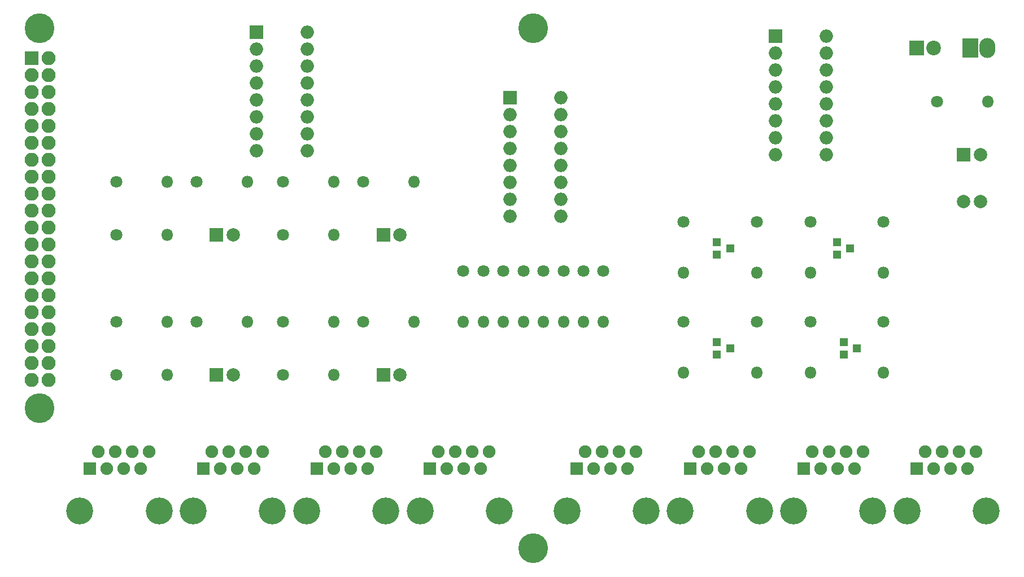
<source format=gts>
G04 #@! TF.GenerationSoftware,KiCad,Pcbnew,(5.0.0-rc2-83-gda392728d)*
G04 #@! TF.CreationDate,2018-08-15T23:30:17-03:00*
G04 #@! TF.ProjectId,fb15,666231352E6B696361645F7063620000,rev?*
G04 #@! TF.SameCoordinates,Original*
G04 #@! TF.FileFunction,Soldermask,Top*
G04 #@! TF.FilePolarity,Negative*
%FSLAX46Y46*%
G04 Gerber Fmt 4.6, Leading zero omitted, Abs format (unit mm)*
G04 Created by KiCad (PCBNEW (5.0.0-rc2-83-gda392728d)) date 08/15/18 23:30:18*
%MOMM*%
%LPD*%
G01*
G04 APERTURE LIST*
%ADD10C,4.050000*%
%ADD11R,1.900000X1.900000*%
%ADD12C,1.900000*%
%ADD13R,2.000000X2.000000*%
%ADD14C,2.000000*%
%ADD15O,2.000000X2.000000*%
%ADD16C,4.464000*%
%ADD17R,2.200000X2.200000*%
%ADD18C,2.200000*%
%ADD19O,2.100000X2.100000*%
%ADD20R,2.100000X2.100000*%
%ADD21R,2.400000X3.000000*%
%ADD22O,2.400000X3.000000*%
%ADD23R,1.300000X1.200000*%
%ADD24O,1.800000X1.800000*%
%ADD25C,1.800000*%
G04 APERTURE END LIST*
D10*
G04 #@! TO.C,J3*
X178180000Y-138950000D03*
X166310000Y-138950000D03*
D11*
X167800000Y-132600000D03*
D12*
X169070000Y-130060000D03*
X170340000Y-132600000D03*
X171610000Y-130060000D03*
X172880000Y-132600000D03*
X174150000Y-130060000D03*
X175420000Y-132600000D03*
X176690000Y-130060000D03*
G04 #@! TD*
D10*
G04 #@! TO.C,J6*
X156180000Y-138950000D03*
X144310000Y-138950000D03*
D11*
X145800000Y-132600000D03*
D12*
X147070000Y-130060000D03*
X148340000Y-132600000D03*
X149610000Y-130060000D03*
X150880000Y-132600000D03*
X152150000Y-130060000D03*
X153420000Y-132600000D03*
X154690000Y-130060000D03*
G04 #@! TD*
D10*
G04 #@! TO.C,J1*
X105180000Y-138950000D03*
X93310000Y-138950000D03*
D11*
X94800000Y-132600000D03*
D12*
X96070000Y-130060000D03*
X97340000Y-132600000D03*
X98610000Y-130060000D03*
X99880000Y-132600000D03*
X101150000Y-130060000D03*
X102420000Y-132600000D03*
X103690000Y-130060000D03*
G04 #@! TD*
D13*
G04 #@! TO.C,C3*
X113800000Y-118600000D03*
D14*
X116300000Y-118600000D03*
G04 #@! TD*
D13*
G04 #@! TO.C,U1*
X119800000Y-67200000D03*
D15*
X127420000Y-84980000D03*
X119800000Y-69740000D03*
X127420000Y-82440000D03*
X119800000Y-72280000D03*
X127420000Y-79900000D03*
X119800000Y-74820000D03*
X127420000Y-77360000D03*
X119800000Y-77360000D03*
X127420000Y-74820000D03*
X119800000Y-79900000D03*
X127420000Y-72280000D03*
X119800000Y-82440000D03*
X127420000Y-69740000D03*
X119800000Y-84980000D03*
X127420000Y-67200000D03*
G04 #@! TD*
D16*
G04 #@! TO.C,REF\002A\002A*
X161300000Y-66600000D03*
G04 #@! TD*
G04 #@! TO.C,REF\002A\002A*
X161300000Y-144600000D03*
G04 #@! TD*
D14*
G04 #@! TO.C,C1*
X228300000Y-85600000D03*
D13*
X225800000Y-85600000D03*
G04 #@! TD*
D14*
G04 #@! TO.C,C2*
X225800000Y-92600000D03*
X228300000Y-92600000D03*
G04 #@! TD*
G04 #@! TO.C,C4*
X141300000Y-118600000D03*
D13*
X138800000Y-118600000D03*
G04 #@! TD*
D14*
G04 #@! TO.C,C5*
X116300000Y-97600000D03*
D13*
X113800000Y-97600000D03*
G04 #@! TD*
D14*
G04 #@! TO.C,C6*
X141300000Y-97600000D03*
D13*
X138800000Y-97600000D03*
G04 #@! TD*
D17*
G04 #@! TO.C,D1*
X218800000Y-69600000D03*
D18*
X221340000Y-69600000D03*
G04 #@! TD*
D12*
G04 #@! TO.C,J2*
X120690000Y-130060000D03*
X119420000Y-132600000D03*
X118150000Y-130060000D03*
X116880000Y-132600000D03*
X115610000Y-130060000D03*
X114340000Y-132600000D03*
X113070000Y-130060000D03*
D11*
X111800000Y-132600000D03*
D10*
X110310000Y-138950000D03*
X122180000Y-138950000D03*
G04 #@! TD*
D12*
G04 #@! TO.C,J4*
X193690000Y-130060000D03*
X192420000Y-132600000D03*
X191150000Y-130060000D03*
X189880000Y-132600000D03*
X188610000Y-130060000D03*
X187340000Y-132600000D03*
X186070000Y-130060000D03*
D11*
X184800000Y-132600000D03*
D10*
X183310000Y-138950000D03*
X195180000Y-138950000D03*
G04 #@! TD*
D12*
G04 #@! TO.C,J5*
X137690000Y-130060000D03*
X136420000Y-132600000D03*
X135150000Y-130060000D03*
X133880000Y-132600000D03*
X132610000Y-130060000D03*
X131340000Y-132600000D03*
X130070000Y-130060000D03*
D11*
X128800000Y-132600000D03*
D10*
X127310000Y-138950000D03*
X139180000Y-138950000D03*
G04 #@! TD*
G04 #@! TO.C,J7*
X212180000Y-138950000D03*
X200310000Y-138950000D03*
D11*
X201800000Y-132600000D03*
D12*
X203070000Y-130060000D03*
X204340000Y-132600000D03*
X205610000Y-130060000D03*
X206880000Y-132600000D03*
X208150000Y-130060000D03*
X209420000Y-132600000D03*
X210690000Y-130060000D03*
G04 #@! TD*
G04 #@! TO.C,J8*
X227690000Y-130060000D03*
X226420000Y-132600000D03*
X225150000Y-130060000D03*
X223880000Y-132600000D03*
X222610000Y-130060000D03*
X221340000Y-132600000D03*
X220070000Y-130060000D03*
D11*
X218800000Y-132600000D03*
D10*
X217310000Y-138950000D03*
X229180000Y-138950000D03*
G04 #@! TD*
D19*
G04 #@! TO.C,J9*
X88590000Y-119320000D03*
X86050000Y-119320000D03*
X88590000Y-116780000D03*
X86050000Y-116780000D03*
X88590000Y-114240000D03*
X86050000Y-114240000D03*
X88590000Y-111700000D03*
X86050000Y-111700000D03*
X88590000Y-109160000D03*
X86050000Y-109160000D03*
X88590000Y-106620000D03*
X86050000Y-106620000D03*
X88590000Y-104080000D03*
X86050000Y-104080000D03*
X88590000Y-101540000D03*
X86050000Y-101540000D03*
X88590000Y-99000000D03*
X86050000Y-99000000D03*
X88590000Y-96460000D03*
X86050000Y-96460000D03*
X88590000Y-93920000D03*
X86050000Y-93920000D03*
X88590000Y-91380000D03*
X86050000Y-91380000D03*
X88590000Y-88840000D03*
X86050000Y-88840000D03*
X88590000Y-86300000D03*
X86050000Y-86300000D03*
X88590000Y-83760000D03*
X86050000Y-83760000D03*
X88590000Y-81220000D03*
X86050000Y-81220000D03*
X88590000Y-78680000D03*
X86050000Y-78680000D03*
X88590000Y-76140000D03*
X86050000Y-76140000D03*
X88590000Y-73600000D03*
X86050000Y-73600000D03*
X88590000Y-71060000D03*
D20*
X86050000Y-71060000D03*
G04 #@! TD*
D21*
G04 #@! TO.C,J10*
X226800000Y-69600000D03*
D22*
X229340000Y-69600000D03*
G04 #@! TD*
D23*
G04 #@! TO.C,Q1*
X188800000Y-113650000D03*
X188800000Y-115550000D03*
X190800000Y-114600000D03*
G04 #@! TD*
G04 #@! TO.C,Q2*
X207800000Y-113650000D03*
X207800000Y-115550000D03*
X209800000Y-114600000D03*
G04 #@! TD*
G04 #@! TO.C,Q3*
X190800000Y-99600000D03*
X188800000Y-100550000D03*
X188800000Y-98650000D03*
G04 #@! TD*
G04 #@! TO.C,Q4*
X208800000Y-99600000D03*
X206800000Y-100550000D03*
X206800000Y-98650000D03*
G04 #@! TD*
D24*
G04 #@! TO.C,R1*
X229420000Y-77600000D03*
D25*
X221800000Y-77600000D03*
G04 #@! TD*
D24*
G04 #@! TO.C,R2*
X150800000Y-110620000D03*
D25*
X150800000Y-103000000D03*
G04 #@! TD*
G04 #@! TO.C,R3*
X153800000Y-103000000D03*
D24*
X153800000Y-110620000D03*
G04 #@! TD*
G04 #@! TO.C,R4*
X156800000Y-110620000D03*
D25*
X156800000Y-103000000D03*
G04 #@! TD*
D24*
G04 #@! TO.C,R5*
X159800000Y-110620000D03*
D25*
X159800000Y-103000000D03*
G04 #@! TD*
G04 #@! TO.C,R6*
X162800000Y-103000000D03*
D24*
X162800000Y-110620000D03*
G04 #@! TD*
G04 #@! TO.C,R7*
X165800000Y-110620000D03*
D25*
X165800000Y-103000000D03*
G04 #@! TD*
D24*
G04 #@! TO.C,R8*
X168800000Y-110620000D03*
D25*
X168800000Y-103000000D03*
G04 #@! TD*
G04 #@! TO.C,R9*
X171800000Y-103000000D03*
D24*
X171800000Y-110620000D03*
G04 #@! TD*
G04 #@! TO.C,R10*
X106420000Y-118600000D03*
D25*
X98800000Y-118600000D03*
G04 #@! TD*
D24*
G04 #@! TO.C,R11*
X131420000Y-118600000D03*
D25*
X123800000Y-118600000D03*
G04 #@! TD*
G04 #@! TO.C,R12*
X98800000Y-110600000D03*
D24*
X106420000Y-110600000D03*
G04 #@! TD*
G04 #@! TO.C,R13*
X118420000Y-110600000D03*
D25*
X110800000Y-110600000D03*
G04 #@! TD*
G04 #@! TO.C,R14*
X123800000Y-110600000D03*
D24*
X131420000Y-110600000D03*
G04 #@! TD*
G04 #@! TO.C,R15*
X143420000Y-110600000D03*
D25*
X135800000Y-110600000D03*
G04 #@! TD*
G04 #@! TO.C,R16*
X98800000Y-97600000D03*
D24*
X106420000Y-97600000D03*
G04 #@! TD*
D25*
G04 #@! TO.C,R17*
X123800000Y-97600000D03*
D24*
X131420000Y-97600000D03*
G04 #@! TD*
G04 #@! TO.C,R18*
X106420000Y-89600000D03*
D25*
X98800000Y-89600000D03*
G04 #@! TD*
G04 #@! TO.C,R19*
X110800000Y-89600000D03*
D24*
X118420000Y-89600000D03*
G04 #@! TD*
G04 #@! TO.C,R20*
X131420000Y-89600000D03*
D25*
X123800000Y-89600000D03*
G04 #@! TD*
G04 #@! TO.C,R21*
X135800000Y-89600000D03*
D24*
X143420000Y-89600000D03*
G04 #@! TD*
G04 #@! TO.C,R22*
X183800000Y-118220000D03*
D25*
X183800000Y-110600000D03*
G04 #@! TD*
D24*
G04 #@! TO.C,R23*
X202800000Y-118220000D03*
D25*
X202800000Y-110600000D03*
G04 #@! TD*
G04 #@! TO.C,R24*
X194800000Y-110600000D03*
D24*
X194800000Y-118220000D03*
G04 #@! TD*
D25*
G04 #@! TO.C,R25*
X213800000Y-110600000D03*
D24*
X213800000Y-118220000D03*
G04 #@! TD*
G04 #@! TO.C,R26*
X183800000Y-103220000D03*
D25*
X183800000Y-95600000D03*
G04 #@! TD*
D24*
G04 #@! TO.C,R27*
X202800000Y-103220000D03*
D25*
X202800000Y-95600000D03*
G04 #@! TD*
G04 #@! TO.C,R28*
X194800000Y-95600000D03*
D24*
X194800000Y-103220000D03*
G04 #@! TD*
D25*
G04 #@! TO.C,R29*
X213800000Y-95600000D03*
D24*
X213800000Y-103220000D03*
G04 #@! TD*
D13*
G04 #@! TO.C,U2*
X197600000Y-67800000D03*
D15*
X205220000Y-85580000D03*
X197600000Y-70340000D03*
X205220000Y-83040000D03*
X197600000Y-72880000D03*
X205220000Y-80500000D03*
X197600000Y-75420000D03*
X205220000Y-77960000D03*
X197600000Y-77960000D03*
X205220000Y-75420000D03*
X197600000Y-80500000D03*
X205220000Y-72880000D03*
X197600000Y-83040000D03*
X205220000Y-70340000D03*
X197600000Y-85580000D03*
X205220000Y-67800000D03*
G04 #@! TD*
G04 #@! TO.C,U3*
X165420000Y-77000000D03*
X157800000Y-94780000D03*
X165420000Y-79540000D03*
X157800000Y-92240000D03*
X165420000Y-82080000D03*
X157800000Y-89700000D03*
X165420000Y-84620000D03*
X157800000Y-87160000D03*
X165420000Y-87160000D03*
X157800000Y-84620000D03*
X165420000Y-89700000D03*
X157800000Y-82080000D03*
X165420000Y-92240000D03*
X157800000Y-79540000D03*
X165420000Y-94780000D03*
D13*
X157800000Y-77000000D03*
G04 #@! TD*
D16*
G04 #@! TO.C,REF\002A\002A*
X87300000Y-66600000D03*
G04 #@! TD*
G04 #@! TO.C,REF\002A\002A*
X87300000Y-123600000D03*
G04 #@! TD*
M02*

</source>
